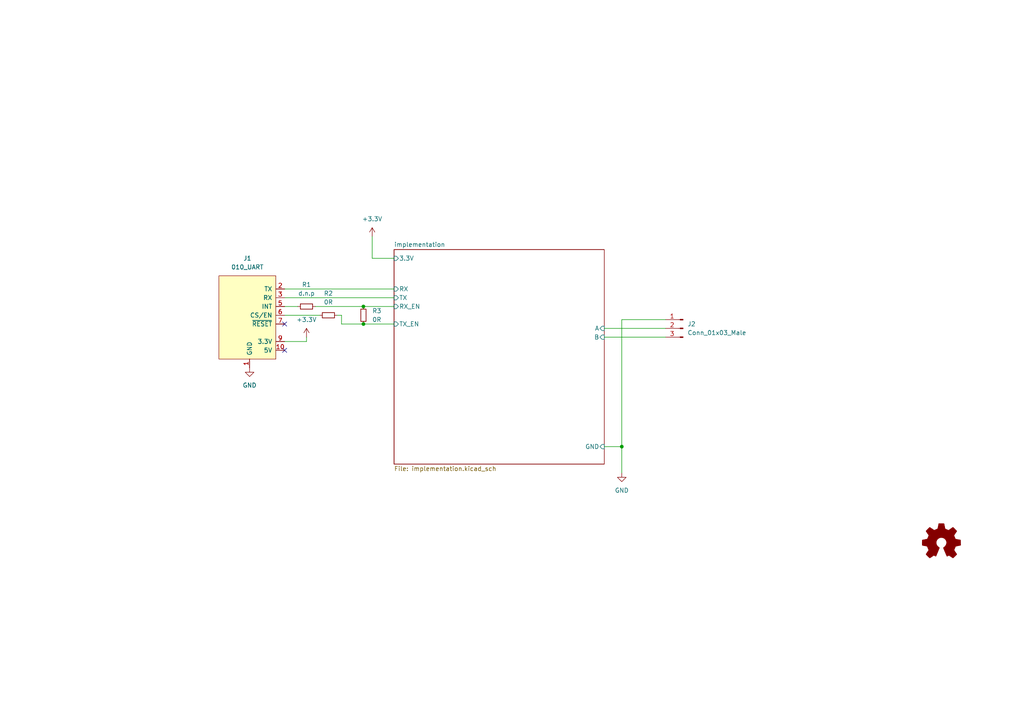
<source format=kicad_sch>
(kicad_sch (version 20211123) (generator eeschema)

  (uuid 57732dd3-1162-4c3f-88bd-31bf473d124d)

  (paper "A4")

  (lib_symbols
    (symbol "Connector:Conn_01x03_Male" (pin_names (offset 1.016) hide) (in_bom yes) (on_board yes)
      (property "Reference" "J" (id 0) (at 0 5.08 0)
        (effects (font (size 1.27 1.27)))
      )
      (property "Value" "Conn_01x03_Male" (id 1) (at 0 -5.08 0)
        (effects (font (size 1.27 1.27)))
      )
      (property "Footprint" "" (id 2) (at 0 0 0)
        (effects (font (size 1.27 1.27)) hide)
      )
      (property "Datasheet" "~" (id 3) (at 0 0 0)
        (effects (font (size 1.27 1.27)) hide)
      )
      (property "ki_keywords" "connector" (id 4) (at 0 0 0)
        (effects (font (size 1.27 1.27)) hide)
      )
      (property "ki_description" "Generic connector, single row, 01x03, script generated (kicad-library-utils/schlib/autogen/connector/)" (id 5) (at 0 0 0)
        (effects (font (size 1.27 1.27)) hide)
      )
      (property "ki_fp_filters" "Connector*:*_1x??_*" (id 6) (at 0 0 0)
        (effects (font (size 1.27 1.27)) hide)
      )
      (symbol "Conn_01x03_Male_1_1"
        (polyline
          (pts
            (xy 1.27 -2.54)
            (xy 0.8636 -2.54)
          )
          (stroke (width 0.1524) (type default) (color 0 0 0 0))
          (fill (type none))
        )
        (polyline
          (pts
            (xy 1.27 0)
            (xy 0.8636 0)
          )
          (stroke (width 0.1524) (type default) (color 0 0 0 0))
          (fill (type none))
        )
        (polyline
          (pts
            (xy 1.27 2.54)
            (xy 0.8636 2.54)
          )
          (stroke (width 0.1524) (type default) (color 0 0 0 0))
          (fill (type none))
        )
        (rectangle (start 0.8636 -2.413) (end 0 -2.667)
          (stroke (width 0.1524) (type default) (color 0 0 0 0))
          (fill (type outline))
        )
        (rectangle (start 0.8636 0.127) (end 0 -0.127)
          (stroke (width 0.1524) (type default) (color 0 0 0 0))
          (fill (type outline))
        )
        (rectangle (start 0.8636 2.667) (end 0 2.413)
          (stroke (width 0.1524) (type default) (color 0 0 0 0))
          (fill (type outline))
        )
        (pin passive line (at 5.08 2.54 180) (length 3.81)
          (name "Pin_1" (effects (font (size 1.27 1.27))))
          (number "1" (effects (font (size 1.27 1.27))))
        )
        (pin passive line (at 5.08 0 180) (length 3.81)
          (name "Pin_2" (effects (font (size 1.27 1.27))))
          (number "2" (effects (font (size 1.27 1.27))))
        )
        (pin passive line (at 5.08 -2.54 180) (length 3.81)
          (name "Pin_3" (effects (font (size 1.27 1.27))))
          (number "3" (effects (font (size 1.27 1.27))))
        )
      )
    )
    (symbol "Device:R_Small" (pin_numbers hide) (pin_names (offset 0.254) hide) (in_bom yes) (on_board yes)
      (property "Reference" "R" (id 0) (at 0.762 0.508 0)
        (effects (font (size 1.27 1.27)) (justify left))
      )
      (property "Value" "R_Small" (id 1) (at 0.762 -1.016 0)
        (effects (font (size 1.27 1.27)) (justify left))
      )
      (property "Footprint" "" (id 2) (at 0 0 0)
        (effects (font (size 1.27 1.27)) hide)
      )
      (property "Datasheet" "~" (id 3) (at 0 0 0)
        (effects (font (size 1.27 1.27)) hide)
      )
      (property "ki_keywords" "R resistor" (id 4) (at 0 0 0)
        (effects (font (size 1.27 1.27)) hide)
      )
      (property "ki_description" "Resistor, small symbol" (id 5) (at 0 0 0)
        (effects (font (size 1.27 1.27)) hide)
      )
      (property "ki_fp_filters" "R_*" (id 6) (at 0 0 0)
        (effects (font (size 1.27 1.27)) hide)
      )
      (symbol "R_Small_0_1"
        (rectangle (start -0.762 1.778) (end 0.762 -1.778)
          (stroke (width 0.2032) (type default) (color 0 0 0 0))
          (fill (type none))
        )
      )
      (symbol "R_Small_1_1"
        (pin passive line (at 0 2.54 270) (length 0.762)
          (name "~" (effects (font (size 1.27 1.27))))
          (number "1" (effects (font (size 1.27 1.27))))
        )
        (pin passive line (at 0 -2.54 90) (length 0.762)
          (name "~" (effects (font (size 1.27 1.27))))
          (number "2" (effects (font (size 1.27 1.27))))
        )
      )
    )
    (symbol "Graphic:Logo_Open_Hardware_Small" (pin_names (offset 1.016)) (in_bom yes) (on_board yes)
      (property "Reference" "#LOGO" (id 0) (at 0 6.985 0)
        (effects (font (size 1.27 1.27)) hide)
      )
      (property "Value" "Logo_Open_Hardware_Small" (id 1) (at 0 -5.715 0)
        (effects (font (size 1.27 1.27)) hide)
      )
      (property "Footprint" "" (id 2) (at 0 0 0)
        (effects (font (size 1.27 1.27)) hide)
      )
      (property "Datasheet" "~" (id 3) (at 0 0 0)
        (effects (font (size 1.27 1.27)) hide)
      )
      (property "ki_keywords" "Logo" (id 4) (at 0 0 0)
        (effects (font (size 1.27 1.27)) hide)
      )
      (property "ki_description" "Open Hardware logo, small" (id 5) (at 0 0 0)
        (effects (font (size 1.27 1.27)) hide)
      )
      (symbol "Logo_Open_Hardware_Small_0_1"
        (polyline
          (pts
            (xy 3.3528 -4.3434)
            (xy 3.302 -4.318)
            (xy 3.175 -4.2418)
            (xy 2.9972 -4.1148)
            (xy 2.7686 -3.9624)
            (xy 2.54 -3.81)
            (xy 2.3622 -3.7084)
            (xy 2.2352 -3.6068)
            (xy 2.1844 -3.5814)
            (xy 2.159 -3.6068)
            (xy 2.0574 -3.6576)
            (xy 1.905 -3.7338)
            (xy 1.8034 -3.7846)
            (xy 1.6764 -3.8354)
            (xy 1.6002 -3.8354)
            (xy 1.6002 -3.8354)
            (xy 1.5494 -3.7338)
            (xy 1.4732 -3.5306)
            (xy 1.3462 -3.302)
            (xy 1.2446 -3.0226)
            (xy 1.1176 -2.7178)
            (xy 0.9652 -2.413)
            (xy 0.8636 -2.1082)
            (xy 0.7366 -1.8288)
            (xy 0.6604 -1.6256)
            (xy 0.6096 -1.4732)
            (xy 0.5842 -1.397)
            (xy 0.5842 -1.397)
            (xy 0.6604 -1.3208)
            (xy 0.7874 -1.2446)
            (xy 1.0414 -1.016)
            (xy 1.2954 -0.6858)
            (xy 1.4478 -0.3302)
            (xy 1.524 0.0762)
            (xy 1.4732 0.4572)
            (xy 1.3208 0.8128)
            (xy 1.0668 1.143)
            (xy 0.762 1.3716)
            (xy 0.4064 1.524)
            (xy 0 1.5748)
            (xy -0.381 1.5494)
            (xy -0.7366 1.397)
            (xy -1.0668 1.143)
            (xy -1.2192 0.9906)
            (xy -1.397 0.6604)
            (xy -1.524 0.3048)
            (xy -1.524 0.2286)
            (xy -1.4986 -0.1778)
            (xy -1.397 -0.5334)
            (xy -1.1938 -0.8636)
            (xy -0.9144 -1.143)
            (xy -0.8636 -1.1684)
            (xy -0.7366 -1.27)
            (xy -0.635 -1.3462)
            (xy -0.5842 -1.397)
            (xy -1.0668 -2.5908)
            (xy -1.143 -2.794)
            (xy -1.2954 -3.1242)
            (xy -1.397 -3.4036)
            (xy -1.4986 -3.6322)
            (xy -1.5748 -3.7846)
            (xy -1.6002 -3.8354)
            (xy -1.6002 -3.8354)
            (xy -1.651 -3.8354)
            (xy -1.7272 -3.81)
            (xy -1.905 -3.7338)
            (xy -2.0066 -3.683)
            (xy -2.1336 -3.6068)
            (xy -2.2098 -3.5814)
            (xy -2.2606 -3.6068)
            (xy -2.3622 -3.683)
            (xy -2.54 -3.81)
            (xy -2.7686 -3.9624)
            (xy -2.9718 -4.0894)
            (xy -3.1496 -4.2164)
            (xy -3.302 -4.318)
            (xy -3.3528 -4.3434)
            (xy -3.3782 -4.3434)
            (xy -3.429 -4.318)
            (xy -3.5306 -4.2164)
            (xy -3.7084 -4.064)
            (xy -3.937 -3.8354)
            (xy -3.9624 -3.81)
            (xy -4.1656 -3.6068)
            (xy -4.318 -3.4544)
            (xy -4.4196 -3.3274)
            (xy -4.445 -3.2766)
            (xy -4.445 -3.2766)
            (xy -4.4196 -3.2258)
            (xy -4.318 -3.0734)
            (xy -4.2164 -2.8956)
            (xy -4.064 -2.667)
            (xy -3.6576 -2.0828)
            (xy -3.8862 -1.5494)
            (xy -3.937 -1.3716)
            (xy -4.0386 -1.1684)
            (xy -4.0894 -1.0414)
            (xy -4.1148 -0.9652)
            (xy -4.191 -0.9398)
            (xy -4.318 -0.9144)
            (xy -4.5466 -0.8636)
            (xy -4.8006 -0.8128)
            (xy -5.0546 -0.7874)
            (xy -5.2578 -0.7366)
            (xy -5.4356 -0.7112)
            (xy -5.5118 -0.6858)
            (xy -5.5118 -0.6858)
            (xy -5.5372 -0.635)
            (xy -5.5372 -0.5588)
            (xy -5.5372 -0.4318)
            (xy -5.5626 -0.2286)
            (xy -5.5626 0.0762)
            (xy -5.5626 0.127)
            (xy -5.5372 0.4064)
            (xy -5.5372 0.635)
            (xy -5.5372 0.762)
            (xy -5.5372 0.8382)
            (xy -5.5372 0.8382)
            (xy -5.461 0.8382)
            (xy -5.3086 0.889)
            (xy -5.08 0.9144)
            (xy -4.826 0.9652)
            (xy -4.8006 0.9906)
            (xy -4.5466 1.0414)
            (xy -4.318 1.0668)
            (xy -4.1656 1.1176)
            (xy -4.0894 1.143)
            (xy -4.0894 1.143)
            (xy -4.0386 1.2446)
            (xy -3.9624 1.4224)
            (xy -3.8608 1.6256)
            (xy -3.7846 1.8288)
            (xy -3.7084 2.0066)
            (xy -3.6576 2.159)
            (xy -3.6322 2.2098)
            (xy -3.6322 2.2098)
            (xy -3.683 2.286)
            (xy -3.7592 2.413)
            (xy -3.8862 2.5908)
            (xy -4.064 2.8194)
            (xy -4.064 2.8448)
            (xy -4.2164 3.0734)
            (xy -4.3434 3.2512)
            (xy -4.4196 3.3782)
            (xy -4.445 3.4544)
            (xy -4.445 3.4544)
            (xy -4.3942 3.5052)
            (xy -4.2926 3.6322)
            (xy -4.1148 3.81)
            (xy -3.937 4.0132)
            (xy -3.8608 4.064)
            (xy -3.6576 4.2926)
            (xy -3.5052 4.4196)
            (xy -3.4036 4.4958)
            (xy -3.3528 4.5212)
            (xy -3.3528 4.5212)
            (xy -3.302 4.4704)
            (xy -3.1496 4.3688)
            (xy -2.9718 4.2418)
            (xy -2.7432 4.0894)
            (xy -2.7178 4.0894)
            (xy -2.4892 3.937)
            (xy -2.3114 3.81)
            (xy -2.1844 3.7084)
            (xy -2.1336 3.683)
            (xy -2.1082 3.683)
            (xy -2.032 3.7084)
            (xy -1.8542 3.7592)
            (xy -1.6764 3.8354)
            (xy -1.4732 3.937)
            (xy -1.27 4.0132)
            (xy -1.143 4.064)
            (xy -1.0668 4.1148)
            (xy -1.0668 4.1148)
            (xy -1.0414 4.191)
            (xy -1.016 4.3434)
            (xy -0.9652 4.572)
            (xy -0.9144 4.8514)
            (xy -0.889 4.9022)
            (xy -0.8382 5.1562)
            (xy -0.8128 5.3848)
            (xy -0.7874 5.5372)
            (xy -0.762 5.588)
            (xy -0.7112 5.6134)
            (xy -0.5842 5.6134)
            (xy -0.4064 5.6134)
            (xy -0.1524 5.6134)
            (xy 0.0762 5.6134)
            (xy 0.3302 5.6134)
            (xy 0.5334 5.6134)
            (xy 0.6858 5.588)
            (xy 0.7366 5.588)
            (xy 0.7366 5.588)
            (xy 0.762 5.5118)
            (xy 0.8128 5.334)
            (xy 0.8382 5.1054)
            (xy 0.9144 4.826)
            (xy 0.9144 4.7752)
            (xy 0.9652 4.5212)
            (xy 1.016 4.2926)
            (xy 1.0414 4.1402)
            (xy 1.0668 4.0894)
            (xy 1.0668 4.0894)
            (xy 1.1938 4.0386)
            (xy 1.3716 3.9624)
            (xy 1.5748 3.8608)
            (xy 2.0828 3.6576)
            (xy 2.7178 4.0894)
            (xy 2.7686 4.1402)
            (xy 2.9972 4.2926)
            (xy 3.175 4.4196)
            (xy 3.302 4.4958)
            (xy 3.3782 4.5212)
            (xy 3.3782 4.5212)
            (xy 3.429 4.4704)
            (xy 3.556 4.3434)
            (xy 3.7338 4.191)
            (xy 3.9116 3.9878)
            (xy 4.064 3.8354)
            (xy 4.2418 3.6576)
            (xy 4.3434 3.556)
            (xy 4.4196 3.4798)
            (xy 4.4196 3.429)
            (xy 4.4196 3.4036)
            (xy 4.3942 3.3274)
            (xy 4.2926 3.2004)
            (xy 4.1656 2.9972)
            (xy 4.0132 2.794)
            (xy 3.8862 2.5908)
            (xy 3.7592 2.3876)
            (xy 3.6576 2.2352)
            (xy 3.6322 2.159)
            (xy 3.6322 2.1336)
            (xy 3.683 2.0066)
            (xy 3.7592 1.8288)
            (xy 3.8608 1.6002)
            (xy 4.064 1.1176)
            (xy 4.3942 1.0414)
            (xy 4.5974 1.016)
            (xy 4.8768 0.9652)
            (xy 5.1308 0.9144)
            (xy 5.5372 0.8382)
            (xy 5.5626 -0.6604)
            (xy 5.4864 -0.6858)
            (xy 5.4356 -0.6858)
            (xy 5.2832 -0.7366)
            (xy 5.0546 -0.762)
            (xy 4.8006 -0.8128)
            (xy 4.5974 -0.8636)
            (xy 4.3688 -0.9144)
            (xy 4.2164 -0.9398)
            (xy 4.1402 -0.9398)
            (xy 4.1148 -0.9652)
            (xy 4.064 -1.0668)
            (xy 3.9878 -1.2446)
            (xy 3.9116 -1.4478)
            (xy 3.81 -1.651)
            (xy 3.7338 -1.8542)
            (xy 3.683 -2.0066)
            (xy 3.6576 -2.0828)
            (xy 3.683 -2.1336)
            (xy 3.7846 -2.2606)
            (xy 3.8862 -2.4638)
            (xy 4.0386 -2.667)
            (xy 4.191 -2.8956)
            (xy 4.318 -3.0734)
            (xy 4.3942 -3.2004)
            (xy 4.445 -3.2766)
            (xy 4.4196 -3.3274)
            (xy 4.3434 -3.429)
            (xy 4.1656 -3.5814)
            (xy 3.937 -3.8354)
            (xy 3.8862 -3.8608)
            (xy 3.683 -4.064)
            (xy 3.5306 -4.2164)
            (xy 3.4036 -4.318)
            (xy 3.3528 -4.3434)
          )
          (stroke (width 0) (type default) (color 0 0 0 0))
          (fill (type outline))
        )
      )
    )
    (symbol "power:+3.3V" (power) (pin_names (offset 0)) (in_bom yes) (on_board yes)
      (property "Reference" "#PWR" (id 0) (at 0 -3.81 0)
        (effects (font (size 1.27 1.27)) hide)
      )
      (property "Value" "+3.3V" (id 1) (at 0 3.556 0)
        (effects (font (size 1.27 1.27)))
      )
      (property "Footprint" "" (id 2) (at 0 0 0)
        (effects (font (size 1.27 1.27)) hide)
      )
      (property "Datasheet" "" (id 3) (at 0 0 0)
        (effects (font (size 1.27 1.27)) hide)
      )
      (property "ki_keywords" "power-flag" (id 4) (at 0 0 0)
        (effects (font (size 1.27 1.27)) hide)
      )
      (property "ki_description" "Power symbol creates a global label with name \"+3.3V\"" (id 5) (at 0 0 0)
        (effects (font (size 1.27 1.27)) hide)
      )
      (symbol "+3.3V_0_1"
        (polyline
          (pts
            (xy -0.762 1.27)
            (xy 0 2.54)
          )
          (stroke (width 0) (type default) (color 0 0 0 0))
          (fill (type none))
        )
        (polyline
          (pts
            (xy 0 0)
            (xy 0 2.54)
          )
          (stroke (width 0) (type default) (color 0 0 0 0))
          (fill (type none))
        )
        (polyline
          (pts
            (xy 0 2.54)
            (xy 0.762 1.27)
          )
          (stroke (width 0) (type default) (color 0 0 0 0))
          (fill (type none))
        )
      )
      (symbol "+3.3V_1_1"
        (pin power_in line (at 0 0 90) (length 0) hide
          (name "+3.3V" (effects (font (size 1.27 1.27))))
          (number "1" (effects (font (size 1.27 1.27))))
        )
      )
    )
    (symbol "power:GND" (power) (pin_names (offset 0)) (in_bom yes) (on_board yes)
      (property "Reference" "#PWR" (id 0) (at 0 -6.35 0)
        (effects (font (size 1.27 1.27)) hide)
      )
      (property "Value" "GND" (id 1) (at 0 -3.81 0)
        (effects (font (size 1.27 1.27)))
      )
      (property "Footprint" "" (id 2) (at 0 0 0)
        (effects (font (size 1.27 1.27)) hide)
      )
      (property "Datasheet" "" (id 3) (at 0 0 0)
        (effects (font (size 1.27 1.27)) hide)
      )
      (property "ki_keywords" "power-flag" (id 4) (at 0 0 0)
        (effects (font (size 1.27 1.27)) hide)
      )
      (property "ki_description" "Power symbol creates a global label with name \"GND\" , ground" (id 5) (at 0 0 0)
        (effects (font (size 1.27 1.27)) hide)
      )
      (symbol "GND_0_1"
        (polyline
          (pts
            (xy 0 0)
            (xy 0 -1.27)
            (xy 1.27 -1.27)
            (xy 0 -2.54)
            (xy -1.27 -1.27)
            (xy 0 -1.27)
          )
          (stroke (width 0) (type default) (color 0 0 0 0))
          (fill (type none))
        )
      )
      (symbol "GND_1_1"
        (pin power_in line (at 0 0 270) (length 0) hide
          (name "GND" (effects (font (size 1.27 1.27))))
          (number "1" (effects (font (size 1.27 1.27))))
        )
      )
    )
    (symbol "put_on_edge:010_UART" (pin_names (offset 1.016)) (in_bom yes) (on_board yes)
      (property "Reference" "J" (id 0) (at -2.54 13.97 0)
        (effects (font (size 1.27 1.27)))
      )
      (property "Value" "010_UART" (id 1) (at 8.89 13.97 0)
        (effects (font (size 1.27 1.27)))
      )
      (property "Footprint" "" (id 2) (at 7.62 16.51 0)
        (effects (font (size 1.27 1.27)) hide)
      )
      (property "Datasheet" "" (id 3) (at 7.62 16.51 0)
        (effects (font (size 1.27 1.27)) hide)
      )
      (symbol "010_UART_0_1"
        (rectangle (start -8.89 12.7) (end 7.62 -11.43)
          (stroke (width 0) (type default) (color 0 0 0 0))
          (fill (type background))
        )
      )
      (symbol "010_UART_1_1"
        (pin power_in line (at -1.27 -13.97 90) (length 2.54)
          (name "GND" (effects (font (size 1.27 1.27))))
          (number "1" (effects (font (size 1.27 1.27))))
        )
        (pin power_in line (at -11.43 -8.89 0) (length 2.54)
          (name "5V" (effects (font (size 1.27 1.27))))
          (number "10" (effects (font (size 1.27 1.27))))
        )
        (pin bidirectional line (at -11.43 8.89 0) (length 2.54)
          (name "TX" (effects (font (size 1.27 1.27))))
          (number "2" (effects (font (size 1.27 1.27))))
        )
        (pin bidirectional line (at -11.43 6.35 0) (length 2.54)
          (name "RX" (effects (font (size 1.27 1.27))))
          (number "3" (effects (font (size 1.27 1.27))))
        )
        (pin bidirectional line (at -11.43 3.81 0) (length 2.54)
          (name "INT" (effects (font (size 1.27 1.27))))
          (number "5" (effects (font (size 1.27 1.27))))
        )
        (pin bidirectional line (at -11.43 1.27 0) (length 2.54)
          (name "CS/EN" (effects (font (size 1.27 1.27))))
          (number "6" (effects (font (size 1.27 1.27))))
        )
        (pin bidirectional line (at -11.43 -1.27 0) (length 2.54)
          (name "~{RESET}" (effects (font (size 1.27 1.27))))
          (number "7" (effects (font (size 1.27 1.27))))
        )
        (pin power_in line (at -11.43 -6.35 0) (length 2.54)
          (name "3.3V" (effects (font (size 1.27 1.27))))
          (number "9" (effects (font (size 1.27 1.27))))
        )
      )
    )
  )

  (junction (at 105.41 93.98) (diameter 0) (color 0 0 0 0)
    (uuid 24e226b9-e72b-409b-9b58-8f7c59cf43c5)
  )
  (junction (at 105.41 88.9) (diameter 0) (color 0 0 0 0)
    (uuid d543edf9-dca4-4e62-b86c-450829f08576)
  )
  (junction (at 180.34 129.54) (diameter 0) (color 0 0 0 0)
    (uuid ed948d8d-02f4-40b8-8178-33bb98a3898f)
  )

  (no_connect (at 82.55 93.98) (uuid 98fd2110-1df3-4fbe-852b-37c7f3727a63))
  (no_connect (at 82.55 101.6) (uuid 98fd2110-1df3-4fbe-852b-37c7f3727a63))

  (wire (pts (xy 82.55 91.44) (xy 92.71 91.44))
    (stroke (width 0) (type default) (color 0 0 0 0))
    (uuid 10224a78-fce3-4286-b095-ec365812544a)
  )
  (wire (pts (xy 180.34 129.54) (xy 175.26 129.54))
    (stroke (width 0) (type default) (color 0 0 0 0))
    (uuid 279a38bb-2a17-485d-a114-0f83905cd899)
  )
  (wire (pts (xy 107.95 74.93) (xy 114.3 74.93))
    (stroke (width 0) (type default) (color 0 0 0 0))
    (uuid 2bceee7c-fbbc-445c-a4f9-455c7a6dcaef)
  )
  (wire (pts (xy 180.34 137.16) (xy 180.34 129.54))
    (stroke (width 0) (type default) (color 0 0 0 0))
    (uuid 4255d22f-7f85-4c63-8d1f-d0bd95c2c5c0)
  )
  (wire (pts (xy 175.26 97.79) (xy 193.04 97.79))
    (stroke (width 0) (type default) (color 0 0 0 0))
    (uuid 64eada47-b8be-4ca9-a613-e7f4316de90a)
  )
  (wire (pts (xy 82.55 83.82) (xy 114.3 83.82))
    (stroke (width 0) (type default) (color 0 0 0 0))
    (uuid 66820082-f259-495d-a8a7-8ce446dc1e17)
  )
  (wire (pts (xy 105.41 88.9) (xy 114.3 88.9))
    (stroke (width 0) (type default) (color 0 0 0 0))
    (uuid 71417e1d-2530-41e1-aff6-d1b3f66b5433)
  )
  (wire (pts (xy 82.55 88.9) (xy 86.36 88.9))
    (stroke (width 0) (type default) (color 0 0 0 0))
    (uuid 85d287c4-799b-4bb6-a623-9c01ac04c39e)
  )
  (wire (pts (xy 193.04 92.71) (xy 180.34 92.71))
    (stroke (width 0) (type default) (color 0 0 0 0))
    (uuid 87c602c5-99d8-4e45-b64b-73eb7dabc2f6)
  )
  (wire (pts (xy 175.26 95.25) (xy 193.04 95.25))
    (stroke (width 0) (type default) (color 0 0 0 0))
    (uuid b0152b04-e62f-41ad-a56c-a7c6f522e705)
  )
  (wire (pts (xy 88.9 99.06) (xy 88.9 97.79))
    (stroke (width 0) (type default) (color 0 0 0 0))
    (uuid b86ac015-130c-489e-8494-74feca378819)
  )
  (wire (pts (xy 180.34 92.71) (xy 180.34 129.54))
    (stroke (width 0) (type default) (color 0 0 0 0))
    (uuid b9d648d7-97a7-45b3-be30-807d4a390f2b)
  )
  (wire (pts (xy 99.06 91.44) (xy 99.06 93.98))
    (stroke (width 0) (type default) (color 0 0 0 0))
    (uuid c872ca4f-ebcc-426f-8aa6-305cb16f9ed1)
  )
  (wire (pts (xy 82.55 99.06) (xy 88.9 99.06))
    (stroke (width 0) (type default) (color 0 0 0 0))
    (uuid d25c12e3-8b53-4ef4-9dee-4746a9083fa2)
  )
  (wire (pts (xy 99.06 93.98) (xy 105.41 93.98))
    (stroke (width 0) (type default) (color 0 0 0 0))
    (uuid d406a849-7024-43c5-b730-4ec664aa8be1)
  )
  (wire (pts (xy 97.79 91.44) (xy 99.06 91.44))
    (stroke (width 0) (type default) (color 0 0 0 0))
    (uuid dcd9a1af-f778-4150-9292-71f7b6c788be)
  )
  (wire (pts (xy 107.95 68.58) (xy 107.95 74.93))
    (stroke (width 0) (type default) (color 0 0 0 0))
    (uuid dd0a4406-8ad4-4ab6-a556-ec0753ba2d53)
  )
  (wire (pts (xy 105.41 93.98) (xy 114.3 93.98))
    (stroke (width 0) (type default) (color 0 0 0 0))
    (uuid e105e452-2f23-4b1a-99b7-4673cde694f0)
  )
  (wire (pts (xy 91.44 88.9) (xy 105.41 88.9))
    (stroke (width 0) (type default) (color 0 0 0 0))
    (uuid ebae1eed-e383-457f-a4d4-1180959716c3)
  )
  (wire (pts (xy 82.55 86.36) (xy 114.3 86.36))
    (stroke (width 0) (type default) (color 0 0 0 0))
    (uuid fab0c9be-4f8f-4819-9e8a-19224d88e084)
  )

  (symbol (lib_id "power:+3.3V") (at 107.95 68.58 0) (unit 1)
    (in_bom yes) (on_board yes) (fields_autoplaced)
    (uuid 18aad469-a99f-4a9f-af30-61b914eec257)
    (property "Reference" "#PWR0104" (id 0) (at 107.95 72.39 0)
      (effects (font (size 1.27 1.27)) hide)
    )
    (property "Value" "+3.3V" (id 1) (at 107.95 63.5 0))
    (property "Footprint" "" (id 2) (at 107.95 68.58 0)
      (effects (font (size 1.27 1.27)) hide)
    )
    (property "Datasheet" "" (id 3) (at 107.95 68.58 0)
      (effects (font (size 1.27 1.27)) hide)
    )
    (pin "1" (uuid afb171ef-13cc-4ae3-b957-e0efab65c004))
  )

  (symbol (lib_id "Device:R_Small") (at 105.41 91.44 180) (unit 1)
    (in_bom yes) (on_board yes) (fields_autoplaced)
    (uuid 448e0649-d8d4-4bf0-93a6-a58d3eb0233a)
    (property "Reference" "R3" (id 0) (at 107.95 90.1699 0)
      (effects (font (size 1.27 1.27)) (justify right))
    )
    (property "Value" "0R" (id 1) (at 107.95 92.7099 0)
      (effects (font (size 1.27 1.27)) (justify right))
    )
    (property "Footprint" "Resistor_SMD:R_0603_1608Metric" (id 2) (at 105.41 91.44 0)
      (effects (font (size 1.27 1.27)) hide)
    )
    (property "Datasheet" "~" (id 3) (at 105.41 91.44 0)
      (effects (font (size 1.27 1.27)) hide)
    )
    (pin "1" (uuid 1792b011-5bc5-42d5-bc28-307808b888ee))
    (pin "2" (uuid 9beaad61-5a0e-4904-a116-c6d4169a227f))
  )

  (symbol (lib_id "Device:R_Small") (at 95.25 91.44 90) (unit 1)
    (in_bom yes) (on_board yes) (fields_autoplaced)
    (uuid 5eb444fc-2e75-4824-8a99-58b14f991f68)
    (property "Reference" "R2" (id 0) (at 95.25 85.09 90))
    (property "Value" "0R" (id 1) (at 95.25 87.63 90))
    (property "Footprint" "Resistor_SMD:R_0603_1608Metric" (id 2) (at 95.25 91.44 0)
      (effects (font (size 1.27 1.27)) hide)
    )
    (property "Datasheet" "~" (id 3) (at 95.25 91.44 0)
      (effects (font (size 1.27 1.27)) hide)
    )
    (pin "1" (uuid c6de828e-1c23-4657-8453-9069f6376de2))
    (pin "2" (uuid ee7b49cc-771e-4311-9316-93adae7c871a))
  )

  (symbol (lib_id "power:+3.3V") (at 88.9 97.79 0) (unit 1)
    (in_bom yes) (on_board yes) (fields_autoplaced)
    (uuid 6b0bd7eb-cf64-46c4-a698-29e536985b63)
    (property "Reference" "#PWR0103" (id 0) (at 88.9 101.6 0)
      (effects (font (size 1.27 1.27)) hide)
    )
    (property "Value" "+3.3V" (id 1) (at 88.9 92.71 0))
    (property "Footprint" "" (id 2) (at 88.9 97.79 0)
      (effects (font (size 1.27 1.27)) hide)
    )
    (property "Datasheet" "" (id 3) (at 88.9 97.79 0)
      (effects (font (size 1.27 1.27)) hide)
    )
    (pin "1" (uuid ac008151-2300-43c7-b710-e71716ed705a))
  )

  (symbol (lib_id "Connector:Conn_01x03_Male") (at 198.12 95.25 0) (mirror y) (unit 1)
    (in_bom yes) (on_board yes) (fields_autoplaced)
    (uuid a5c8babf-edd5-4bb1-be7b-709a77885c06)
    (property "Reference" "J2" (id 0) (at 199.39 93.9799 0)
      (effects (font (size 1.27 1.27)) (justify right))
    )
    (property "Value" "Conn_01x03_Male" (id 1) (at 199.39 96.5199 0)
      (effects (font (size 1.27 1.27)) (justify right))
    )
    (property "Footprint" "Connector_PinHeader_2.54mm:PinHeader_1x03_P2.54mm_Vertical" (id 2) (at 198.12 95.25 0)
      (effects (font (size 1.27 1.27)) hide)
    )
    (property "Datasheet" "~" (id 3) (at 198.12 95.25 0)
      (effects (font (size 1.27 1.27)) hide)
    )
    (pin "1" (uuid 13a41bfb-a06f-445d-a8c8-ed4d2afe27c1))
    (pin "2" (uuid aa6fcd1f-a1f0-4013-b5fb-d8b0d3fb133b))
    (pin "3" (uuid 1ba0f0c2-6dd3-475f-ad7c-d6a0d0615857))
  )

  (symbol (lib_id "power:GND") (at 72.39 106.68 0) (unit 1)
    (in_bom yes) (on_board yes) (fields_autoplaced)
    (uuid a5fe1869-f354-4e31-95bb-a347804a38b7)
    (property "Reference" "#PWR0102" (id 0) (at 72.39 113.03 0)
      (effects (font (size 1.27 1.27)) hide)
    )
    (property "Value" "GND" (id 1) (at 72.39 111.76 0))
    (property "Footprint" "" (id 2) (at 72.39 106.68 0)
      (effects (font (size 1.27 1.27)) hide)
    )
    (property "Datasheet" "" (id 3) (at 72.39 106.68 0)
      (effects (font (size 1.27 1.27)) hide)
    )
    (pin "1" (uuid 22ef1150-fa93-47ea-9ef0-6f3757c0d0ac))
  )

  (symbol (lib_id "Graphic:Logo_Open_Hardware_Small") (at 273.05 157.48 0) (unit 1)
    (in_bom yes) (on_board yes) (fields_autoplaced)
    (uuid b72b6f4a-7489-40f2-bb90-d75ae01aa368)
    (property "Reference" "LOGO1" (id 0) (at 273.05 150.495 0)
      (effects (font (size 1.27 1.27)) hide)
    )
    (property "Value" "Logo_Open_Hardware_Small" (id 1) (at 273.05 163.195 0)
      (effects (font (size 1.27 1.27)) hide)
    )
    (property "Footprint" "Symbol:OSHW-Symbol_6.7x6mm_SilkScreen" (id 2) (at 273.05 157.48 0)
      (effects (font (size 1.27 1.27)) hide)
    )
    (property "Datasheet" "~" (id 3) (at 273.05 157.48 0)
      (effects (font (size 1.27 1.27)) hide)
    )
  )

  (symbol (lib_id "put_on_edge:010_UART") (at 71.12 92.71 0) (mirror y) (unit 1)
    (in_bom yes) (on_board yes) (fields_autoplaced)
    (uuid d9b73637-b257-4c21-9dfa-93c3e077891f)
    (property "Reference" "J1" (id 0) (at 71.755 74.93 0))
    (property "Value" "010_UART" (id 1) (at 71.755 77.47 0))
    (property "Footprint" "on_edge:on_edge_2x05_device" (id 2) (at 63.5 76.2 0)
      (effects (font (size 1.27 1.27)) hide)
    )
    (property "Datasheet" "" (id 3) (at 63.5 76.2 0)
      (effects (font (size 1.27 1.27)) hide)
    )
    (pin "1" (uuid af26027a-81a9-4454-a3d5-f60381700f62))
    (pin "10" (uuid 3fad9406-bb85-407f-9187-055a216309fe))
    (pin "2" (uuid 213aa22a-4502-4a82-9fa1-4702c5ac0d36))
    (pin "3" (uuid ca6c8d96-e186-43c0-884e-56786414f04f))
    (pin "5" (uuid c05c6782-ca53-4593-8dc1-11312f6aed8f))
    (pin "6" (uuid 3a11905a-147c-40b9-ad78-5115f09c0096))
    (pin "7" (uuid a15287a4-69b6-4b98-bc67-430368c755f5))
    (pin "9" (uuid 7cf58b48-cf30-4a88-8f3f-3e1fe1e58c98))
  )

  (symbol (lib_id "Device:R_Small") (at 88.9 88.9 90) (unit 1)
    (in_bom yes) (on_board yes) (fields_autoplaced)
    (uuid f0abdb3f-1fdc-4b7f-9f96-2a45ed5f107c)
    (property "Reference" "R1" (id 0) (at 88.9 82.55 90))
    (property "Value" "d.n.p" (id 1) (at 88.9 85.09 90))
    (property "Footprint" "Resistor_SMD:R_0603_1608Metric" (id 2) (at 88.9 88.9 0)
      (effects (font (size 1.27 1.27)) hide)
    )
    (property "Datasheet" "~" (id 3) (at 88.9 88.9 0)
      (effects (font (size 1.27 1.27)) hide)
    )
    (pin "1" (uuid b6cd5177-0b74-4225-80d6-1fe94d6f5fd9))
    (pin "2" (uuid 02893bfc-48e8-43bd-af86-d91ce8da224f))
  )

  (symbol (lib_id "power:GND") (at 180.34 137.16 0) (unit 1)
    (in_bom yes) (on_board yes) (fields_autoplaced)
    (uuid fedce740-c9c8-458e-8f43-c7f5f7dfd34a)
    (property "Reference" "#PWR0101" (id 0) (at 180.34 143.51 0)
      (effects (font (size 1.27 1.27)) hide)
    )
    (property "Value" "GND" (id 1) (at 180.34 142.24 0))
    (property "Footprint" "" (id 2) (at 180.34 137.16 0)
      (effects (font (size 1.27 1.27)) hide)
    )
    (property "Datasheet" "" (id 3) (at 180.34 137.16 0)
      (effects (font (size 1.27 1.27)) hide)
    )
    (pin "1" (uuid b1d3927d-c7ff-451e-a635-8cc17b82a6b8))
  )

  (sheet (at 114.3 72.39) (size 60.96 62.23) (fields_autoplaced)
    (stroke (width 0.1524) (type solid) (color 0 0 0 0))
    (fill (color 0 0 0 0.0000))
    (uuid 767ce4c6-0e55-4543-92f0-34cb8237a544)
    (property "Sheet name" "implementation" (id 0) (at 114.3 71.6784 0)
      (effects (font (size 1.27 1.27)) (justify left bottom))
    )
    (property "Sheet file" "implementation.kicad_sch" (id 1) (at 114.3 135.2046 0)
      (effects (font (size 1.27 1.27)) (justify left top))
    )
    (pin "GND" input (at 175.26 129.54 0)
      (effects (font (size 1.27 1.27)) (justify right))
      (uuid e5735eb5-dee6-4537-9f29-a1fc83690833)
    )
    (pin "A" input (at 175.26 95.25 0)
      (effects (font (size 1.27 1.27)) (justify right))
      (uuid d9269208-5315-4cbb-a6ef-7dbdb11fa5b4)
    )
    (pin "B" input (at 175.26 97.79 0)
      (effects (font (size 1.27 1.27)) (justify right))
      (uuid 3a0bfd07-6f0c-4940-91a4-3c65cc539cc7)
    )
    (pin "TX" input (at 114.3 86.36 180)
      (effects (font (size 1.27 1.27)) (justify left))
      (uuid 0ad6f636-038e-4797-8154-c3f60650935e)
    )
    (pin "RX" input (at 114.3 83.82 180)
      (effects (font (size 1.27 1.27)) (justify left))
      (uuid bf7c2133-3936-42f4-a919-58046ab009ec)
    )
    (pin "RX_EN" input (at 114.3 88.9 180)
      (effects (font (size 1.27 1.27)) (justify left))
      (uuid d9ad0dff-591d-4201-949e-35b36a3122dd)
    )
    (pin "TX_EN" input (at 114.3 93.98 180)
      (effects (font (size 1.27 1.27)) (justify left))
      (uuid b2bf3e1d-8bf4-4ef6-8c44-b9153cd78fb1)
    )
    (pin "3.3V" input (at 114.3 74.93 180)
      (effects (font (size 1.27 1.27)) (justify left))
      (uuid 19f353fa-5aa0-4d0a-9e99-752a9cdf5b7e)
    )
  )

  (sheet_instances
    (path "/" (page "1"))
    (path "/767ce4c6-0e55-4543-92f0-34cb8237a544" (page "2"))
  )

  (symbol_instances
    (path "/fedce740-c9c8-458e-8f43-c7f5f7dfd34a"
      (reference "#PWR0101") (unit 1) (value "GND") (footprint "")
    )
    (path "/a5fe1869-f354-4e31-95bb-a347804a38b7"
      (reference "#PWR0102") (unit 1) (value "GND") (footprint "")
    )
    (path "/6b0bd7eb-cf64-46c4-a698-29e536985b63"
      (reference "#PWR0103") (unit 1) (value "+3.3V") (footprint "")
    )
    (path "/18aad469-a99f-4a9f-af30-61b914eec257"
      (reference "#PWR0104") (unit 1) (value "+3.3V") (footprint "")
    )
    (path "/767ce4c6-0e55-4543-92f0-34cb8237a544/485a425d-9408-4dd6-9843-08652d513cbd"
      (reference "C1") (unit 1) (value "100nF") (footprint "Resistor_SMD:R_0603_1608Metric")
    )
    (path "/d9b73637-b257-4c21-9dfa-93c3e077891f"
      (reference "J1") (unit 1) (value "010_UART") (footprint "on_edge:on_edge_2x05_device")
    )
    (path "/a5c8babf-edd5-4bb1-be7b-709a77885c06"
      (reference "J2") (unit 1) (value "Conn_01x03_Male") (footprint "Connector_PinHeader_2.54mm:PinHeader_1x03_P2.54mm_Vertical")
    )
    (path "/b72b6f4a-7489-40f2-bb90-d75ae01aa368"
      (reference "LOGO1") (unit 1) (value "Logo_Open_Hardware_Small") (footprint "Symbol:OSHW-Symbol_6.7x6mm_SilkScreen")
    )
    (path "/f0abdb3f-1fdc-4b7f-9f96-2a45ed5f107c"
      (reference "R1") (unit 1) (value "d.n.p") (footprint "Resistor_SMD:R_0603_1608Metric")
    )
    (path "/5eb444fc-2e75-4824-8a99-58b14f991f68"
      (reference "R2") (unit 1) (value "0R") (footprint "Resistor_SMD:R_0603_1608Metric")
    )
    (path "/448e0649-d8d4-4bf0-93a6-a58d3eb0233a"
      (reference "R3") (unit 1) (value "0R") (footprint "Resistor_SMD:R_0603_1608Metric")
    )
    (path "/767ce4c6-0e55-4543-92f0-34cb8237a544/c5bbe007-a77a-4fbb-8e7c-5da6197fb0fb"
      (reference "R4") (unit 1) (value "2.2k") (footprint "Resistor_SMD:R_0603_1608Metric")
    )
    (path "/767ce4c6-0e55-4543-92f0-34cb8237a544/57e000ff-dc52-492e-b385-2f0169928744"
      (reference "R5") (unit 1) (value "2.2k") (footprint "Resistor_SMD:R_0603_1608Metric")
    )
    (path "/767ce4c6-0e55-4543-92f0-34cb8237a544/07ac4532-afc3-4467-80c5-28d432b072a1"
      (reference "R6") (unit 1) (value "2.2k") (footprint "Resistor_SMD:R_0603_1608Metric")
    )
    (path "/767ce4c6-0e55-4543-92f0-34cb8237a544/867a1805-7efb-45a0-89f8-5acc01e827ab"
      (reference "R7") (unit 1) (value "2.2k") (footprint "Resistor_SMD:R_0603_1608Metric")
    )
    (path "/767ce4c6-0e55-4543-92f0-34cb8237a544/a2179620-5451-4071-811a-8b33617808e0"
      (reference "R8") (unit 1) (value "10k") (footprint "Resistor_SMD:R_0603_1608Metric")
    )
    (path "/767ce4c6-0e55-4543-92f0-34cb8237a544/6df24e57-dd92-48e0-ac09-45058e0cd091"
      (reference "R9") (unit 1) (value "120R") (footprint "Resistor_SMD:R_0603_1608Metric")
    )
    (path "/767ce4c6-0e55-4543-92f0-34cb8237a544/8200ef02-ecce-47f0-afa6-a529c13b657f"
      (reference "R10") (unit 1) (value "10k") (footprint "Resistor_SMD:R_0603_1608Metric")
    )
    (path "/767ce4c6-0e55-4543-92f0-34cb8237a544/c6fd9fab-909e-4ff9-bcec-df5274e51546"
      (reference "U1") (unit 1) (value "MAX485E") (footprint "Package_SO:SO-8_3.9x4.9mm_P1.27mm")
    )
  )
)

</source>
